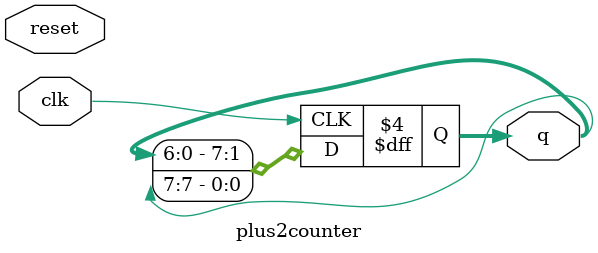
<source format=v>
`timescale 1ns/1ps

module plus2counter (
    input clk,
    input reset,
    output reg [7:0]q = 8'b1111_1110
);

integer i;


always@(posedge clk)begin
    
    
    for(i = 0; i < 7; i = i + 1)
        begin
         q[i+1] <= q[i];
        end
        
        q[0]<=q[7];
      end




    
endmodule


</source>
